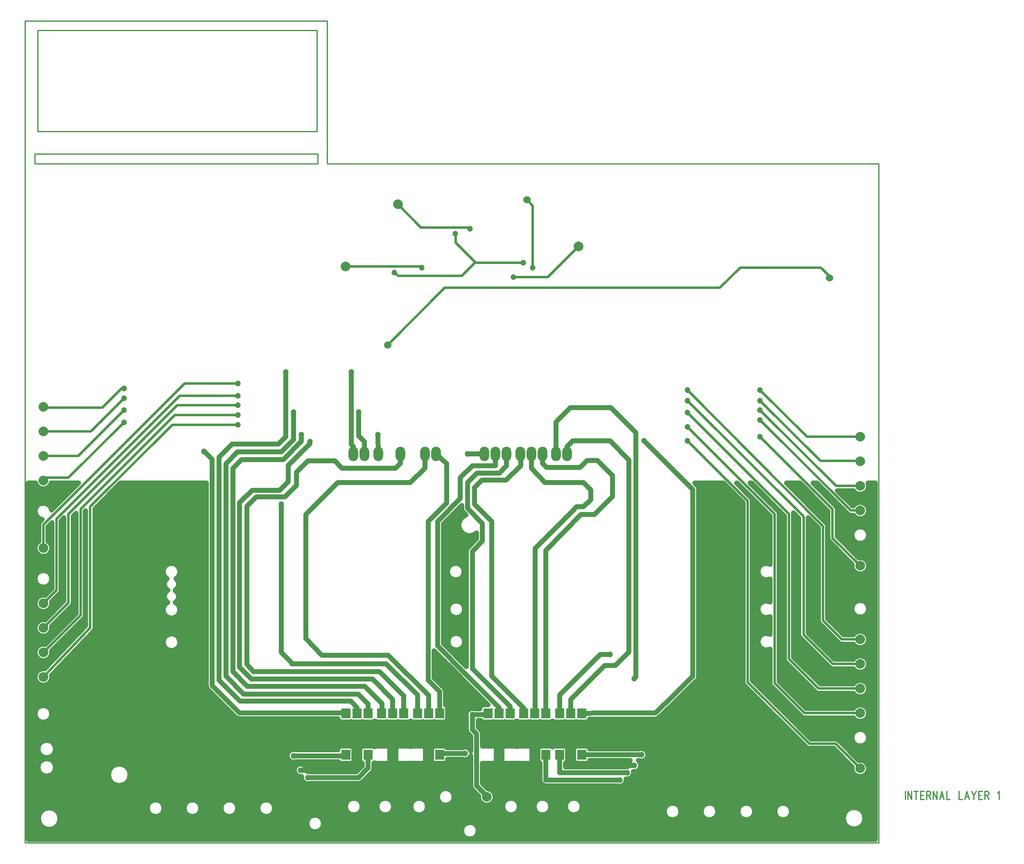
<source format=gbr>
*
*
G04 PADS9.1 Build Number: 392894 generated Gerber (RS-274-X) file*
G04 PC Version=2.1*
*
%IN "2FOC_AdC.pcb"*%
*
%MOMM*%
*
%FSLAX35Y35*%
*
*
*
*
G04 PC Standard Apertures*
*
*
G04 Thermal Relief Aperture macro.*
%AMTER*
1,1,$1,0,0*
1,0,$1-$2,0,0*
21,0,$3,$4,0,0,45*
21,0,$3,$4,0,0,135*
%
*
*
G04 Annular Aperture macro.*
%AMANN*
1,1,$1,0,0*
1,0,$2,0,0*
%
*
*
G04 Odd Aperture macro.*
%AMODD*
1,1,$1,0,0*
1,0,$1-0.005,0,0*
%
*
*
G04 PC Custom Aperture Macros*
*
*
*
*
*
*
G04 PC Aperture Table*
*
%ADD039R,1.905X2.1336*%
%ADD063C,0.5*%
%ADD079C,0.0254*%
%ADD134C,0.254*%
%ADD138C,1*%
%ADD144C,2*%
%ADD165O,2X3*%
%ADD169C,3*%
%ADD171C,1.524*%
%ADD173C,1.2*%
%ADD194O,3X3*%
*
*
*
*
G04 PC Circuitry*
G04 Layer Name 2FOC_AdC.pcb - circuitry*
%LPD*%
*
*
G04 PC Custom Flashes*
G04 Layer Name 2FOC_AdC.pcb - flashes*
%LPD*%
*
*
G04 PC Circuitry*
G04 Layer Name 2FOC_AdC.pcb - circuitry*
%LPD*%
*
G54D39*
G01X7135400Y2320000D03*
X7364000D03*
X7592600D03*
X10532600Y3180000D03*
X10304000D03*
X10075400D03*
X11272600D03*
X11044000D03*
X10815400D03*
X12012600D03*
X11784000D03*
X11555400D03*
X8104000Y2320000D03*
X8844000D03*
X9072600D03*
X7592600Y3180000D03*
X7364000D03*
X7135400D03*
X8332600D03*
X8104000D03*
X7875400D03*
X9072600D03*
X8844000D03*
X8615400D03*
X10304000Y2320000D03*
X11044000D03*
X11272600D03*
X11555400D03*
X11784000D03*
X12012600D03*
G54D63*
X881000Y3929000D02*
X1850000Y4948000D01*
Y7450000*
X3550000Y9150000*
X4900000*
X881000Y4437000D02*
X1650000Y5206000D01*
Y7400000*
X3600000Y9350000*
X4900000*
X881000Y4945000D02*
X1400000Y5464000D01*
Y7300000*
X3650000Y9550000*
X4900000*
X881000Y5453000D02*
X1150000Y5722000D01*
Y7200000*
X3700000Y9750000*
X4900000*
X881000Y6596000D02*
Y7081000D01*
X3800000Y10000000*
X4900000*
X881000Y7993000D02*
X938000Y8050000D01*
X1398500*
X2550000Y9200000*
X881000Y8501000D02*
X1601000D01*
X2550000Y9450000*
X881000Y9009000D02*
X1859000D01*
X2550000Y9700000*
X14200000Y8818000D02*
X15444000Y7574000D01*
Y3824000*
X16718000Y2550000*
X17261000*
X17772000Y2039000*
X15700000Y8900000D02*
X17200000Y7400000D01*
Y6802000*
X17772000Y6230000*
X881000Y9517000D02*
Y9500000D01*
X2100000*
X2500000Y9900000*
X2550000*
X14200000Y9868000D02*
X17000000Y7050000D01*
Y5100000*
X17394000Y4706000*
X17772000*
X14200000Y9650000D02*
X16600000Y7250000D01*
Y4800000*
X17202000Y4198000*
X17772000*
X14200000Y9400000D02*
X16300000Y7300000D01*
Y4300000*
X16910000Y3690000*
X17772000*
X14200000Y9100000D02*
X16000000Y7300000D01*
Y3800000*
X16618000Y3182000*
X17772000*
X15700000Y9868000D02*
X16671000Y8897000D01*
X17772000*
X15700000Y9650000D02*
X16950000Y8400000D01*
X17772000*
Y8389000*
X15700000Y9450000D02*
X17269000Y7881000D01*
X17772000*
X15700000Y9250000D02*
X17577000Y7373000D01*
X17772000*
X8000000Y10800000D02*
X9180000Y11980000D01*
X14870000*
X15290000Y12400000*
X16960000*
X17137000Y12223000*
Y12184000*
X7130000Y12420000D02*
X8680000D01*
X8700000Y12400000*
X8140000Y12300000D02*
X8220000Y12230000D01*
X9530000*
X9810000Y12510000*
X9820000Y12500000*
X10800000*
X9400000Y13100000D02*
X9410000Y13090000D01*
Y12910000*
X9810000Y12510000*
X10600000Y12200000D02*
X11310000D01*
X11950000Y12840000*
X8208500Y13708000D02*
X8686500Y13230000D01*
X9670000*
X9700000Y13200000*
X10880000Y13800000D02*
X11000000Y13680000D01*
Y12400000*
G54D79*
G54D134*
X18700000Y1566688D02*
Y1400000D01*
X18751955Y1566688D02*
Y1400000D01*
Y1566688D02*
X18832773Y1400000D01*
Y1566688D02*
Y1400000D01*
X18925136Y1566688D02*
Y1400000D01*
X18884727Y1566688D02*
X18965545D01*
X19017500D02*
Y1400000D01*
Y1566688D02*
X19092545D01*
X19017500Y1487313D02*
X19063682D01*
X19017500Y1400000D02*
X19092545D01*
X19144500Y1566688D02*
Y1400000D01*
Y1566688D02*
X19196455D01*
X19196455D02*
X19213773Y1558750D01*
X19219545Y1550813*
X19219545D02*
X19225318Y1534938D01*
X19225318D02*
Y1519063D01*
X19225318D02*
X19219545Y1503188D01*
X19219545D02*
X19213773Y1495250D01*
X19196455Y1487313*
X19196455D02*
X19144500D01*
X19184909D02*
X19225318Y1400000D01*
X19277273Y1566688D02*
Y1400000D01*
Y1566688D02*
X19358091Y1400000D01*
Y1566688D02*
Y1400000D01*
X19456227Y1566688D02*
X19410045Y1400000D01*
X19456227Y1566688D02*
X19502409Y1400000D01*
X19427364Y1455563D02*
X19485091D01*
X19554364Y1566688D02*
Y1400000D01*
X19623636*
X19808364Y1566688D02*
Y1400000D01*
X19877636*
X19975773Y1566688D02*
X19929591Y1400000D01*
X19975773Y1566688D02*
X20021955Y1400000D01*
X19946909Y1455563D02*
X20004636D01*
X20073909Y1566688D02*
X20120091Y1487313D01*
X20120091D02*
Y1400000D01*
X20166273Y1566688D02*
X20120091Y1487313D01*
X20218227Y1566688D02*
Y1400000D01*
Y1566688D02*
X20293273D01*
X20218227Y1487313D02*
X20264409D01*
X20218227Y1400000D02*
X20293273D01*
X20345227Y1566688D02*
Y1400000D01*
Y1566688D02*
X20397182D01*
X20397182D02*
X20414500Y1558750D01*
X20420273Y1550813*
X20420273D02*
X20426045Y1534938D01*
X20426045D02*
Y1519063D01*
X20426045D02*
X20420273Y1503188D01*
X20420273D02*
X20414500Y1495250D01*
X20397182Y1487313*
X20397182D02*
X20345227D01*
X20385636D02*
X20426045Y1400000D01*
X20610773Y1534938D02*
X20622318Y1542875D01*
X20639636Y1566688*
X20639636D02*
Y1400000D01*
X500000Y500000D02*
X18153000D01*
Y14550000*
X6750000*
Y17500000*
X500000*
Y500000*
X760000Y17312300D02*
X6539000D01*
Y15216800*
X760000*
Y17312300*
X6550000Y14550000D02*
X700000D01*
Y14750000*
X6550000*
Y14550000*
G54D138*
X6350000Y1850000D02*
X7400000D01*
X7590000Y2040000*
X7592600*
Y2320000*
X6050000Y2300000D02*
X7115400D01*
X7135400Y2320000*
X6200000Y2000000D02*
X7220000D01*
X7350000Y2130000*
Y2320000*
X7364000*
X9072600D02*
X9102600Y2350000D01*
X9600000*
X11784000Y2320000D02*
Y2100000D01*
X13100000*
X11555400Y2320000D02*
Y1950000D01*
X12950000*
X11272600Y2320000D02*
Y1800000D01*
X12800000*
X12012600Y2320000D02*
X13250000D01*
X4655071Y3950000D02*
Y8344912D01*
X4655071D02*
X4897745Y8587587D01*
X5801335*
X6056622Y8842873*
Y9411094*
X4655071Y3950000D02*
X5024401Y3577561D01*
X7387480*
X7592600Y3372441*
Y3180000*
X4513003Y3860000D02*
Y8475241D01*
X4785717Y8747954*
X5738740*
X5891137Y8900352*
Y9552698*
X4513003Y3860000D02*
X4943003Y3430000D01*
X7235023*
X7238433Y3426590*
X7243410*
X7370000Y3300000*
Y3180000*
X7364000D02*
X7370000D01*
X8104000Y3189694D02*
Y3180000D01*
X7875400D02*
X7880000Y3204600D01*
Y3384236*
X9750000Y3150000D02*
X10045400D01*
X10075400Y3180000*
X9750000Y3150000D02*
Y2840000D01*
X9840000Y2750000*
Y1680000*
X10050000Y1470000*
Y1450000*
X11555400Y3180000D02*
Y3555400D01*
X12393176Y4393176*
X12393176D02*
X12593176D01*
X12593176D02*
X12600000Y4400000D01*
X11784000Y3180000D02*
Y3465322D01*
X12484247Y4165570*
X12704869*
X12990000Y4450701*
X11044000Y3180000D02*
X11050000D01*
Y6590000*
X11830000Y7370000*
X11900000Y7450000*
X12050000*
X12200000Y7600000*
X11272600Y3180000D02*
Y6550000D01*
X12000000Y7290000*
X12275516*
X12275516D02*
X12648072Y7662557D01*
Y8097101*
X12012600Y3180000D02*
X12409917Y3182601D01*
X12409917D02*
X13532601D01*
X13540000Y3190000*
X13546531Y3196383*
X13546688*
X13553420Y3203115*
X13909205Y3550814*
X14298391Y3940000*
X14310000*
Y7810000*
X13100000Y3900000D02*
X13132295Y3932295D01*
Y8985568*
X5090000Y4189186D02*
Y7458553D01*
X5284780Y7653333*
X5873135*
X6116454Y7896653*
X6116454D02*
Y8160590D01*
X6116454D02*
X6353791Y8397927D01*
X6906246*
X7054173Y8250000*
X8159600*
X8259600Y8350000*
Y8545000*
X5090000Y4189186D02*
X5226127Y4041531D01*
X7831278*
X7831278D02*
X8332600Y3540209D01*
Y3180000*
X4940000Y4131696D02*
Y7535488D01*
X5199893Y7795382*
X5768232*
X5768232D02*
X5946446Y7973597D01*
X5946446D02*
Y8304189D01*
X6395674Y8753416*
Y8796812*
X4940000Y4131696D02*
X5185782Y3885914D01*
X7687187*
X8104000Y3463338*
Y3189694*
X6310526Y4730000D02*
Y7291249D01*
X6969278Y7950000*
X8469664*
X8769664Y8250000*
Y8545000*
X8771000*
X6310526Y4730000D02*
X6640511Y4380000D01*
X8010000*
X8844000Y3546000*
Y3180000*
X9750000Y4100000D02*
Y6530000D01*
X9960000Y6740000*
X9750000Y4100000D02*
X10532600Y3317400D01*
Y3180000*
X5800000Y7500000D02*
Y4440000D01*
X6020000Y4220000*
Y4200023*
X7970000Y4200000*
X8615400Y3554600*
Y3180000*
X8840000Y7150000D02*
Y3860000D01*
X9072600Y3627400*
Y3180000*
X8840000Y7150000D02*
X9220000Y7530000D01*
Y8344600*
X9650000Y7420000D02*
Y7950000D01*
X9850000Y8150000*
X10309600*
X10459600Y8300000*
Y8545000*
X9650000Y7420000D02*
X9960000Y7110000D01*
Y6740000*
X9030000Y7150000D02*
Y4572878D01*
X9030000D02*
X9604882Y3997996D01*
Y3995118*
X10304000Y3296000*
Y3180000*
X9030000Y7150000D02*
X9500000Y7620000D01*
Y8050000*
X9750000Y8300000*
X10231000*
Y8545000*
X9800000Y7850000D02*
Y7500000D01*
X10150000Y7150000*
Y3950000*
X10815400Y3284600*
Y3180000*
X9800000Y7850000D02*
X9950000Y8000000D01*
X10450000*
X10750000Y8300000*
Y8545000*
X4800000Y8246281D02*
Y4037637D01*
X5099067Y3738309*
X5099067D02*
X7525806D01*
X7525806D02*
X7880000Y3384236D01*
X4800000Y8246281D02*
X4982289Y8428570D01*
X5843218*
X6218170Y8803522*
Y8940410*
X4200000Y8600000D02*
X4209464D01*
X4370936Y8438528*
Y3751960*
X4932897Y3190000*
X7125400*
X7135400Y3180000*
X7802000Y8940410D02*
X7802400Y8545000D01*
X9650000D02*
X10002400D01*
X8999600D02*
X9220000Y8344600D01*
X10742400Y8545000D02*
X10750000D01*
X11482400D02*
Y9209396D01*
X11775692Y9502688*
X12615175*
X13132295Y8985568*
X11711000Y8545000D02*
Y8700000D01*
X11826137Y8815137*
X12594632*
X12990000Y8419768*
Y4450701*
X11199600Y8545000D02*
X11200000D01*
Y8350000*
X11282524Y8267476*
X11984307*
X12122660Y8405829*
X12339344*
X12648072Y8097101*
X10971000Y8545000D02*
Y8250000D01*
X11250000Y7950000*
X12050000*
X12200000Y7800000*
Y7600000*
X13300000Y8820000D02*
X14310000Y7810000D01*
X7400000Y9411094D02*
Y8919600D01*
X7519600Y8800000*
Y8545000*
X5890000Y10240000D02*
X5891137Y10238863D01*
Y9552698*
X7250000Y10240000D02*
Y8741000D01*
X7291000Y8700000*
Y8545000*
X17865001Y1008000D02*
G75*
G03X17865001I-220001J0D01*
G01X16348001Y1148000D02*
G03X16348001I-170001J0D01*
G01X15586001D02*
G03X15586001I-170001J0D01*
G01X14824001D02*
G03X14824001I-170001J0D01*
G01X14062001D02*
G03X14062001I-170001J0D01*
G01X12020001Y1250000D02*
G03X12020001I-170001J0D01*
G01X11370001D02*
G03X11370001I-170001J0D01*
G01X10720001D02*
G03X10720001I-170001J0D01*
G01X8820001D02*
G03X8820001I-170001J0D01*
G01X8120001D02*
G03X8120001I-170001J0D01*
G01X7470001D02*
G03X7470001I-170001J0D01*
G01X6670001Y900000D02*
G03X6670001I-170001J0D01*
G01X5658001Y1216000D02*
G03X5658001I-170001J0D01*
G01X4896001D02*
G03X4896001I-170001J0D01*
G01X4134001D02*
G03X4134001I-170001J0D01*
G01X3372001D02*
G03X3372001I-170001J0D01*
G01X3700001Y4650000D02*
G03X3700001I-170001J0D01*
G01X2670001Y1907000D02*
G03X2670001I-220001J0D01*
G01X1220001Y1000000D02*
G03X1220001I-220001J0D01*
G01X1127951Y2059500D02*
G03X1127951I-177951J0D01*
G01Y2440500D02*
G03X1127951I-177951J0D01*
G01X1051001Y3167000D02*
G03X1051001I-170001J0D01*
G01Y5961000D02*
G03X1051001I-170001J0D01*
G01X9370001Y1450000D02*
G03X9370001I-170001J0D01*
G01X9870001Y750000D02*
G03X9870001I-170001J0D01*
G01X17942001Y2674000D02*
G03X17942001I-170001J0D01*
G01Y5341000D02*
G03X17942001I-170001J0D01*
G01Y6865000D02*
G03X17942001I-170001J0D01*
G01X9588001Y4660000D02*
G03X9588001I-170001J0D01*
G01Y5330000D02*
G03X9588001I-170001J0D01*
G01X9578001Y6110000D02*
G03X9578001I-170001J0D01*
G01X18082999Y570001D02*
Y7940000D01*
X18082999D02*
X17931434D01*
X17631021Y7786000D02*
G03X17931434Y7940000I140979J95000D01*
G01X17631021Y7785999D02*
X17298352D01*
X17298352D02*
X17616351Y7468001D01*
X17616351D02*
X17631021D01*
Y7278000D02*
G03Y7468000I140979J95000D01*
G01Y7277999D02*
X17577000D01*
X17509825Y7305825D02*
G03X17577000Y7277999I67175J67175D01*
G01X17509824Y7305824D02*
X16875649Y7940000D01*
X16794351*
X17267176Y7467176*
X17295001Y7400000D02*
G03X17267175Y7467175I-95001J0D01*
G01X17295001Y7400000D02*
Y6841351D01*
X17295001D02*
X17739488Y6396863D01*
X17605137Y6262512D02*
G03X17739488Y6396863I166863J-32512D01*
G01X17605137Y6262512D02*
X17132824Y6734824D01*
X17104999Y6802000D02*
G03X17132825Y6734825I95001J0D01*
G01X17104999Y6802000D02*
Y7360649D01*
X17104999D02*
X16525649Y7940000D01*
X16249608*
X16249608D02*
X17067390Y7116960D01*
X17095000Y7050000D02*
G03X17067390Y7116960I-95000J0D01*
G01X17095001Y7050000D02*
Y5139351D01*
X17095001D02*
X17433351Y4801001D01*
X17433351D02*
X17631021D01*
Y4611000D02*
G03Y4801000I140979J95000D01*
G01Y4610999D02*
X17394000D01*
X17326825Y4638825D02*
G03X17394000Y4610999I67175J67175D01*
G01X17326824Y4638824D02*
X16932824Y5032824D01*
X16904999Y5100000D02*
G03X16932825Y5032825I95001J0D01*
G01X16904999Y5100000D02*
Y7010828D01*
X16904999D02*
X16695001Y7222177D01*
X16695001D02*
Y4839351D01*
X16695001D02*
X17241351Y4293001D01*
X17241351D02*
X17631021D01*
Y4103000D02*
G03Y4293000I140979J95000D01*
G01Y4102999D02*
X17202000D01*
X17134825Y4130825D02*
G03X17202000Y4102999I67175J67175D01*
G01X17134824Y4130824D02*
X16532824Y4732824D01*
X16504999Y4800000D02*
G03X16532825Y4732825I95001J0D01*
G01X16504999Y4800000D02*
Y7210649D01*
X16504999D02*
X16392013Y7323636D01*
X16395001Y7300000D02*
G03X16392013Y7323635I-95001J0D01*
G01X16395001Y7300000D02*
Y4339351D01*
X16395001D02*
X16949351Y3785001D01*
X16949351D02*
X17631021D01*
Y3595000D02*
G03Y3785000I140979J95000D01*
G01Y3594999D02*
X16910000D01*
X16842825Y3622825D02*
G03X16910000Y3594999I67175J67175D01*
G01X16842824Y3622824D02*
X16232824Y4232824D01*
X16204999Y4300000D02*
G03X16232825Y4232825I95001J0D01*
G01X16204999Y4300000D02*
Y7260649D01*
X16204999D02*
X15525649Y7940000D01*
X15494351*
X16067176Y7367176*
X16095001Y7300000D02*
G03X16067175Y7367175I-95001J0D01*
G01X16095001Y7300000D02*
Y3839351D01*
X16095001D02*
X16657351Y3277001D01*
X16657351D02*
X17631021D01*
Y3087000D02*
G03Y3277000I140979J95000D01*
G01Y3086999D02*
X16618000D01*
X16550825Y3114825D02*
G03X16618000Y3086999I67175J67175D01*
G01X16550824Y3114824D02*
X15932824Y3732824D01*
X15904999Y3800000D02*
G03X15932825Y3732825I95001J0D01*
G01X15904999Y3800000D02*
Y4508437D01*
Y4811563D02*
G03Y4508437I-76999J-151563D01*
G01Y4811563D02*
Y5178437D01*
Y5481563D02*
G03Y5178437I-76999J-151563D01*
G01Y5481563D02*
Y5958437D01*
Y6261563D02*
G03Y5958437I-76999J-151563D01*
G01Y6261563D02*
Y7260649D01*
X15904999D02*
X15225649Y7940000D01*
X15212351*
X15511176Y7641176*
X15539001Y7574000D02*
G03X15511175Y7641175I-95001J0D01*
G01X15539001Y7574000D02*
Y3863351D01*
X15539001D02*
X16757351Y2645001D01*
X16757351D02*
X17261000D01*
X17328175Y2617175D02*
G03X17261000Y2645001I-67175J-67175D01*
G01X17328176Y2617176D02*
X17739488Y2205863D01*
X17605137Y2071512D02*
G03X17739488Y2205863I166863J-32512D01*
G01X17605137Y2071512D02*
X17221649Y2454999D01*
X17221649D02*
X16718000D01*
X16650825Y2482825D02*
G03X16718000Y2454999I67175J67175D01*
G01X16650824Y2482824D02*
X15376824Y3756824D01*
X15348999Y3824000D02*
G03X15376825Y3756825I95001J0D01*
G01X15348999Y3824000D02*
Y7534649D01*
X15348999D02*
X14943649Y7940000D01*
X14349706*
X14394853Y7894853*
X14430001Y7810000D02*
G03X14394853Y7894853I-120001J0D01*
G01X14430001Y7810000D02*
Y3940000D01*
X14358204Y3830107D02*
G03X14430001Y3940000I-48204J109893D01*
G01X14358204Y3830107D02*
X13994058Y3465961D01*
X13993077Y3464991D02*
G03X13994058Y3465961I-83872J85823D01*
G01X13993077Y3464991D02*
X13637786Y3117774D01*
X13637786D02*
X13631541Y3111530D01*
X13626818Y3107056D02*
G03X13631541Y3111530I-80130J89327D01*
G01X13626818Y3107056D02*
X13624368Y3104661D01*
X13617454Y3097748*
X13532601Y3062601D02*
G03X13617454Y3097748I0J120000D01*
G01X13532601Y3062601D02*
X12410306D01*
X12176771Y3061072*
X12107850Y3003319D02*
G03X12176771Y3061072I0J70001D01*
G01X12107850Y3003319D02*
X11917350D01*
X11898300Y3005961D02*
G03X11917350Y3003319I19050J67359D01*
G01X11879250Y3003320D02*
G03X11898300Y3005962I0J70000D01*
G01X11879250Y3003319D02*
X11688750D01*
X11669700Y3005961D02*
G03X11688750Y3003319I19050J67359D01*
G01X11650650Y3003320D02*
G03X11669700Y3005962I0J70000D01*
G01X11650650Y3003319D02*
X11460150D01*
X11414000Y3020687D02*
G03X11460150Y3003319I46150J52633D01*
G01X11367850D02*
G03X11414000Y3020687I0J70001D01*
G01X11367850Y3003319D02*
X11177350D01*
X11158300Y3005961D02*
G03X11177350Y3003319I19050J67359D01*
G01X11139250Y3003320D02*
G03X11158300Y3005962I0J70000D01*
G01X11139250Y3003319D02*
X10948750D01*
X10929700Y3005961D02*
G03X10948750Y3003319I19050J67359D01*
G01X10910650Y3003320D02*
G03X10929700Y3005962I0J70000D01*
G01X10910650Y3003319D02*
X10720150D01*
X10674000Y3020687D02*
G03X10720150Y3003319I46150J52633D01*
G01X10627850D02*
G03X10674000Y3020687I0J70001D01*
G01X10627850Y3003319D02*
X10437350D01*
X10418300Y3005961D02*
G03X10437350Y3003319I19050J67359D01*
G01X10399250Y3003320D02*
G03X10418300Y3005962I0J70000D01*
G01X10399250Y3003319D02*
X10208750D01*
X10189700Y3005961D02*
G03X10208750Y3003319I19050J67359D01*
G01X10170650Y3003320D02*
G03X10189700Y3005962I0J70000D01*
G01X10170650Y3003319D02*
X9980150D01*
X9925165Y3030000D02*
G03X9980150Y3003319I54985J43320D01*
G01X9925164Y3029999D02*
X9870001D01*
X9870001D02*
Y2889706D01*
X9870001D02*
X9924853Y2834853D01*
X9960001Y2750000D02*
G03X9924853Y2834853I-120001J0D01*
G01X9960001Y2750000D02*
Y2496680D01*
X9960001D02*
X9960150Y2496681D01*
X9960150D02*
X10190650D01*
X10240651Y2446680D02*
G03X10190650Y2496681I-50001J0D01*
G01X10240651Y2446680D02*
Y2193320D01*
X10190650Y2143319D02*
G03X10240651Y2193320I0J50001D01*
G01X10190650Y2143319D02*
X9960150D01*
X9960150D02*
X9960001Y2143320D01*
X9960001D02*
Y1729706D01*
X9960001D02*
X10071009Y1618697D01*
X9881088Y1469206D02*
G03X10071009Y1618697I168912J-19206D01*
G01X9881088Y1469206D02*
X9755147Y1595147D01*
X9719999Y1680000D02*
G03X9755147Y1595147I120001J0D01*
G01X9719999Y1680000D02*
Y2299997D01*
X9550000Y2230000D02*
G03X9719999Y2299997I50000J120000D01*
G01X9550000Y2229999D02*
X9237851D01*
X9237851D02*
Y2213320D01*
X9167850Y2143319D02*
G03X9237851Y2213320I0J70001D01*
G01X9167850Y2143319D02*
X8977350D01*
X8907349Y2213320D02*
G03X8977350Y2143319I70001J0D01*
G01X8907349Y2213320D02*
Y2426680D01*
X8977350Y2496681D02*
G03X8907349Y2426680I0J-70001D01*
G01X8977350Y2496681D02*
X9167850D01*
X9222835Y2470000D02*
G03X9167850Y2496681I-54985J-43320D01*
G01X9222836Y2470001D02*
X9550000D01*
X9719999Y2400003D02*
G03X9550000Y2470000I-119999J-50003D01*
G01X9719999Y2400003D02*
Y2700294D01*
X9719999D02*
X9665147Y2755147D01*
X9629999Y2840000D02*
G03X9665147Y2755147I120001J0D01*
G01X9629999Y2840000D02*
Y3100000D01*
X9800000Y3270000D02*
G03X9630000Y3100000I-50000J-120000D01*
G01X9800000Y3270001D02*
X9910149D01*
X9910149D02*
Y3286680D01*
X9980150Y3356681D02*
G03X9910149Y3286680I0J-70001D01*
G01X9980150Y3356681D02*
X10073613D01*
X10073613D02*
X9520029Y3910265D01*
X9505908Y3927263D02*
G03X9520029Y3910265I98974J67855D01*
G01X9505908Y3927263D02*
X8960001Y4473171D01*
X8960001D02*
Y3909706D01*
X8960001D02*
X9157453Y3712253D01*
X9192601Y3627400D02*
G03X9157453Y3712253I-120001J0D01*
G01X9192601Y3627400D02*
Y3352159D01*
X9237850Y3286680D02*
G03X9192600Y3352159I-70000J0D01*
G01X9237851Y3286680D02*
Y3073320D01*
X9167850Y3003319D02*
G03X9237851Y3073320I0J70001D01*
G01X9167850Y3003319D02*
X8977350D01*
X8958300Y3005961D02*
G03X8977350Y3003319I19050J67359D01*
G01X8939250Y3003320D02*
G03X8958300Y3005962I0J70000D01*
G01X8939250Y3003319D02*
X8748750D01*
X8729700Y3005961D02*
G03X8748750Y3003319I19050J67359D01*
G01X8710650Y3003320D02*
G03X8729700Y3005962I0J70000D01*
G01X8710650Y3003319D02*
X8520150D01*
X8474000Y3020687D02*
G03X8520150Y3003319I46150J52633D01*
G01X8427850D02*
G03X8474000Y3020687I0J70001D01*
G01X8427850Y3003319D02*
X8237350D01*
X8218300Y3005961D02*
G03X8237350Y3003319I19050J67359D01*
G01X8199250Y3003320D02*
G03X8218300Y3005962I0J70000D01*
G01X8199250Y3003319D02*
X8008750D01*
X7989700Y3005961D02*
G03X8008750Y3003319I19050J67359D01*
G01X7970650Y3003320D02*
G03X7989700Y3005962I0J70000D01*
G01X7970650Y3003319D02*
X7780150D01*
X7734000Y3020687D02*
G03X7780150Y3003319I46150J52633D01*
G01X7687850D02*
G03X7734000Y3020687I0J70001D01*
G01X7687850Y3003319D02*
X7497350D01*
X7478300Y3005961D02*
G03X7497350Y3003319I19050J67359D01*
G01X7459250Y3003320D02*
G03X7478300Y3005962I0J70000D01*
G01X7459250Y3003319D02*
X7268750D01*
X7249700Y3005961D02*
G03X7268750Y3003319I19050J67359D01*
G01X7230650Y3003320D02*
G03X7249700Y3005962I0J70000D01*
G01X7230650Y3003319D02*
X7040150D01*
X6970228Y3069999D02*
G03X7040150Y3003319I69922J3321D01*
G01X6970228Y3069999D02*
X4932897D01*
X4848043Y3105147D02*
G03X4932897Y3069999I84854J84853D01*
G01X4848043Y3105147D02*
X4286083Y3667107D01*
X4250936Y3751960D02*
G03X4286083Y3667107I120000J0D01*
G01X4250936Y3751960D02*
Y7940000D01*
X2474351*
X1945001Y7410649*
X1945001D02*
Y4948000D01*
X1918843Y4882535D02*
G03X1945001Y4948000I-68843J65465D01*
G01X1918843Y4882535D02*
X1046993Y3965697D01*
X909306Y4096627D02*
G03X1046992Y3965697I-28306J-167627D01*
G01X909306Y4096627D02*
X1754999Y4985958D01*
X1754999D02*
Y7370648D01*
X1754999D02*
X1745001Y7360649D01*
X1745001D02*
Y5206000D01*
X1717175Y5138825D02*
G03X1745001Y5206000I-67175J67175D01*
G01X1717176Y5138824D02*
X1047863Y4469512D01*
X913512Y4603863D02*
G03X1047863Y4469512I-32512J-166863D01*
G01X913512Y4603863D02*
X1554999Y5245351D01*
X1554999D02*
Y7320648D01*
X1554999D02*
X1495001Y7260649D01*
X1495001D02*
Y5464000D01*
X1467175Y5396825D02*
G03X1495001Y5464000I-67175J67175D01*
G01X1467176Y5396824D02*
X1047863Y4977512D01*
X913512Y5111863D02*
G03X1047863Y4977512I-32512J-166863D01*
G01X913512Y5111863D02*
X1304999Y5503351D01*
X1304999D02*
Y7220648D01*
X1304999D02*
X1245001Y7160649D01*
X1245001D02*
Y5722000D01*
X1217175Y5654825D02*
G03X1245001Y5722000I-67175J67175D01*
G01X1217176Y5654824D02*
X1047863Y5485512D01*
X913512Y5619863D02*
G03X1047863Y5485512I-32512J-166863D01*
G01X913512Y5619863D02*
X1054999Y5761351D01*
X1054999D02*
Y7120648D01*
X1054999D02*
X976001Y7041649D01*
X976001D02*
Y6736979D01*
X786000D02*
G03X976000I95000J-140979D01*
G01X785999D02*
Y7081000D01*
X813825Y7148175D02*
G03X785999Y7081000I67175J-67175D01*
G01X813824Y7148176D02*
X855562Y7189913D01*
X1049087Y7383438D02*
G03X855562Y7189913I-168087J-25438D01*
G01X1049087Y7383438D02*
X1605649Y7940000D01*
X1042528*
X719472D02*
G03X1042528I161528J53000D01*
G01X719472D02*
X570001D01*
X570001D02*
Y570001D01*
X570001D02*
X18082999D01*
X9839999Y6789706D02*
Y6910079D01*
X9619878Y7280416D02*
G03X9839999Y6910079I71622J-208016D01*
G01X9619878Y7280416D02*
X9565147Y7335147D01*
X9529999Y7420000D02*
G03X9565147Y7335147I120001J0D01*
G01X9529999Y7420000D02*
Y7480293D01*
X9529999D02*
X9150001Y7100294D01*
X9150001D02*
Y4622583D01*
X9150001D02*
X9629999Y4142584D01*
X9629999D02*
Y6530000D01*
X9665147Y6614853D02*
G03X9629999Y6530000I84853J-84853D01*
G01X9665147Y6614853D02*
X9839999Y6789706D01*
X17865001Y1008000D02*
G03X17865001I-220001J0D01*
G01X16348001Y1148000D02*
G03X16348001I-170001J0D01*
G01X15586001D02*
G03X15586001I-170001J0D01*
G01X14824001D02*
G03X14824001I-170001J0D01*
G01X14062001D02*
G03X14062001I-170001J0D01*
G01X12020001Y1250000D02*
G03X12020001I-170001J0D01*
G01X11370001D02*
G03X11370001I-170001J0D01*
G01X13200000Y2200000D02*
G03Y2440000I50000J120000D01*
G01Y2199999D02*
X13183068D01*
X13078151Y1971849D02*
G03X13183068Y2199999I21849J128151D01*
G01X12928151Y1821849D02*
G03X13078151Y1971849I21849J128151D01*
G01X12750000Y1680000D02*
G03X12928151Y1821849I50000J120000D01*
G01X12750000Y1679999D02*
X11272600D01*
X11152599Y1800000D02*
G03X11272600Y1679999I120001J0D01*
G01X11152599Y1800000D02*
Y2147841D01*
X11107350Y2213320D02*
G03X11152600Y2147841I70000J0D01*
G01X11107349Y2213320D02*
Y2426680D01*
X11177350Y2496681D02*
G03X11107349Y2426680I0J-70001D01*
G01X11177350Y2496681D02*
X11367850D01*
X11414000Y2479313D02*
G03X11367850Y2496681I-46150J-52633D01*
G01X11460150D02*
G03X11414000Y2479313I0J-70001D01*
G01X11460150Y2496681D02*
X11650650D01*
X11720651Y2426680D02*
G03X11650650Y2496681I-70001J0D01*
G01X11720651Y2426680D02*
Y2213320D01*
X11675401Y2147841D02*
G03X11720651Y2213320I-24751J65479D01*
G01X11675401Y2147841D02*
Y2070001D01*
X11675401D02*
X12900000D01*
X12971849Y2078151D02*
G03X12900000Y2070000I-21849J-128151D01*
G01X13016932Y2199999D02*
G03X12971849Y2078151I83068J-99999D01*
G01X13016932Y2199999D02*
X12176571D01*
X12107850Y2143319D02*
G03X12176571Y2200000I0J70001D01*
G01X12107850Y2143319D02*
X11917350D01*
X11847349Y2213320D02*
G03X11917350Y2143319I70001J0D01*
G01X11847349Y2213320D02*
Y2426680D01*
X11917350Y2496681D02*
G03X11847349Y2426680I0J-70001D01*
G01X11917350Y2496681D02*
X12107850D01*
X12176571Y2440000D02*
G03X12107850Y2496681I-68721J-13320D01*
G01X12176571Y2440001D02*
X13200000D01*
X10720001Y1250000D02*
G03X10720001I-170001J0D01*
G01X10980651Y2446680D02*
Y2193320D01*
X10930650Y2143319D02*
G03X10980651Y2193320I0J50001D01*
G01X10930650Y2143319D02*
X10700150D01*
X10674000Y2150703D02*
G03X10700150Y2143319I26150J42617D01*
G01X10647850D02*
G03X10674000Y2150703I0J50001D01*
G01X10647850Y2143319D02*
X10417350D01*
X10367349Y2193320D02*
G03X10417350Y2143319I50001J0D01*
G01X10367349Y2193320D02*
Y2446680D01*
X10417350Y2496681D02*
G03X10367349Y2446680I0J-50001D01*
G01X10417350Y2496681D02*
X10647850D01*
X10674000Y2489297D02*
G03X10647850Y2496681I-26150J-42617D01*
G01X10700150D02*
G03X10674000Y2489297I0J-50001D01*
G01X10700150Y2496681D02*
X10930650D01*
X10980651Y2446680D02*
G03X10930650Y2496681I-50001J0D01*
G01X8820001Y1250000D02*
G03X8820001I-170001J0D01*
G01X8780651Y2446680D02*
Y2193320D01*
X8730650Y2143319D02*
G03X8780651Y2193320I0J50001D01*
G01X8730650Y2143319D02*
X8500150D01*
X8474000Y2150703D02*
G03X8500150Y2143319I26150J42617D01*
G01X8447850D02*
G03X8474000Y2150703I0J50001D01*
G01X8447850Y2143319D02*
X8217350D01*
X8167349Y2193320D02*
G03X8217350Y2143319I50001J0D01*
G01X8167349Y2193320D02*
Y2446680D01*
X8217350Y2496681D02*
G03X8167349Y2446680I0J-50001D01*
G01X8217350Y2496681D02*
X8447850D01*
X8474000Y2489297D02*
G03X8447850Y2496681I-26150J-42617D01*
G01X8500150D02*
G03X8474000Y2489297I0J-50001D01*
G01X8500150Y2496681D02*
X8730650D01*
X8780651Y2446680D02*
G03X8730650Y2496681I-50001J0D01*
G01X8120001Y1250000D02*
G03X8120001I-170001J0D01*
G01X7470001D02*
G03X7470001I-170001J0D01*
G01X6670001Y900000D02*
G03X6670001I-170001J0D01*
G01X8040651Y2446680D02*
Y2193320D01*
X7990650Y2143319D02*
G03X8040651Y2193320I0J50001D01*
G01X7990650Y2143319D02*
X7760150D01*
X7727384Y2155552D02*
G03X7760150Y2143319I32766J37768D01*
G01X7712601Y2147841D02*
G03X7727384Y2155552I-24751J65479D01*
G01X7712601Y2147841D02*
Y2040000D01*
X7661357Y1941651D02*
G03X7712601Y2040000I-68757J98349D01*
G01X7661357Y1941651D02*
X7484853Y1765147D01*
X7400000Y1729999D02*
G03X7484853Y1765147I0J120001D01*
G01X7400000Y1729999D02*
X6400000D01*
X6221849Y1871849D02*
G03X6400000Y1730000I128151J-21849D01*
G01X6328151Y1978151D02*
G03X6221849Y1871849I-128151J21849D01*
G01X6400000Y1970000D02*
G03X6328151Y1978151I-50000J-120000D01*
G01X6400000Y1970001D02*
X7350294D01*
X7350294D02*
X7472599Y2092306D01*
X7472599D02*
Y2147841D01*
X7427350Y2213320D02*
G03X7472600Y2147841I70000J0D01*
G01X7427349Y2213320D02*
Y2426680D01*
X7497350Y2496681D02*
G03X7427349Y2426680I0J-70001D01*
G01X7497350Y2496681D02*
X7687850D01*
X7727384Y2484448D02*
G03X7687850Y2496681I-39534J-57768D01*
G01X7760150D02*
G03X7727384Y2484448I0J-50001D01*
G01X7760150Y2496681D02*
X7990650D01*
X8040651Y2446680D02*
G03X7990650Y2496681I-50001J0D01*
G01X7300651Y2426680D02*
Y2213320D01*
X7230650Y2143319D02*
G03X7300651Y2213320I0J70001D01*
G01X7230650Y2143319D02*
X7040150D01*
X6978589Y2179999D02*
G03X7040150Y2143319I61561J33321D01*
G01X6978589Y2179999D02*
X6100000D01*
Y2420000D02*
G03Y2180000I-50000J-120000D01*
G01Y2420001D02*
X6970149D01*
X6970149D02*
Y2426680D01*
X7040150Y2496681D02*
G03X6970149Y2426680I0J-70001D01*
G01X7040150Y2496681D02*
X7230650D01*
X7300651Y2426680D02*
G03X7230650Y2496681I-70001J0D01*
G01X5658001Y1216000D02*
G03X5658001I-170001J0D01*
G01X4896001D02*
G03X4896001I-170001J0D01*
G01X4134001D02*
G03X4134001I-170001J0D01*
G01X3372001D02*
G03X3372001I-170001J0D01*
G01X3700001Y4650000D02*
G03X3700001I-170001J0D01*
G01X3619599Y5965528D02*
G03X3440401I-89599J144472D01*
G01X3602426Y5723000D02*
G03X3619599Y5965528I-72426J127000D01*
G01X3606860Y5471633D02*
G03X3602426Y5723000I-76860J124367D01*
G01X3453140Y5471633D02*
G03X3606860I76860J-151633D01*
G01X3457574Y5723000D02*
G03X3453140Y5471633I72426J-127000D01*
G01X3440401Y5965528D02*
G03X3457574Y5723000I89599J-115528D01*
G01X2670001Y1907000D02*
G03X2670001I-220001J0D01*
G01X1220001Y1000000D02*
G03X1220001I-220001J0D01*
G01X1127951Y2059500D02*
G03X1127951I-177951J0D01*
G01Y2440500D02*
G03X1127951I-177951J0D01*
G01X1051001Y3167000D02*
G03X1051001I-170001J0D01*
G01Y5961000D02*
G03X1051001I-170001J0D01*
G01X9370001Y1450000D02*
G03X9370001I-170001J0D01*
G01X9870001Y750000D02*
G03X9870001I-170001J0D01*
G01X17942001Y2674000D02*
G03X17942001I-170001J0D01*
G01Y5341000D02*
G03X17942001I-170001J0D01*
G01Y6865000D02*
G03X17942001I-170001J0D01*
G01X9588001Y4660000D02*
G03X9588001I-170001J0D01*
G01Y5330000D02*
G03X9588001I-170001J0D01*
G01X9578001Y6110000D02*
G03X9578001I-170001J0D01*
G01X9150001Y6140717D02*
X9839999Y6830716D01*
X9150001Y6267996D02*
X9739763Y6857759D01*
X9416358Y6279795D02*
X9629999Y6493437D01*
X9509910Y6246068D02*
X9629999Y6366158D01*
X9565386Y6174265D02*
X9629999Y6238878D01*
X9566221Y6047821D02*
X9629999Y6111599D01*
X9150001Y5504321D02*
X9629999Y5984320D01*
X9150001Y5377042D02*
X9629999Y5857041D01*
X9399195Y5498957D02*
X9629999Y5729762D01*
X9504101Y5476584D02*
X9629999Y5602482D01*
X9566874Y5412078D02*
X9629999Y5475203D01*
X9585987Y5303911D02*
X9629999Y5347924D01*
X9150001Y4740646D02*
X9629999Y5220645D01*
X9354214Y4817580D02*
X9629999Y5093366D01*
X9481578Y4817664D02*
X9629999Y4966086D01*
X9553654Y4762461D02*
X9629999Y4838807D01*
X9587747Y4669276D02*
X9629999Y4711528D01*
X9409167Y4363417D02*
X9629999Y4584249D01*
X9472807Y4299777D02*
X9629999Y4456970D01*
X9536446Y4236137D02*
X9629999Y4329690D01*
X9600086Y4172498D02*
X9629999Y4202411D01*
X9150001Y6395276D02*
X9619307Y6864582D01*
X9150001Y6904392D02*
X9572951Y7327343D01*
X9150001Y6522555D02*
X9540165Y6912719D01*
X9150001Y7031672D02*
X9530270Y7411941D01*
X9150001Y6649834D02*
X9488284Y6988117D01*
X9150001Y6777113D02*
X9473289Y7100401D01*
X9150001Y5631600D02*
X9470179Y5951779D01*
X9150001Y4867925D02*
X9444089Y5162013D01*
X9345528Y4427056D02*
X9408724Y4490253D01*
X9150001Y5758880D02*
X9343735Y5952614D01*
X9150001Y4995204D02*
X9335922Y5181126D01*
X9281888Y4490696D02*
X9315539Y4524347D01*
X9150001Y5886159D02*
X9271932Y6008090D01*
X9150001Y5122484D02*
X9271416Y5243899D01*
X9154609Y4617975D02*
X9260420Y4723786D01*
X9218248Y4554335D02*
X9260336Y4596423D01*
X9150001Y5249763D02*
X9249043Y5348805D01*
X9150001Y6013438D02*
X9238205Y6101642D01*
X17804134Y7539936D02*
X18082999Y7818801D01*
X17888388Y7496911D02*
X18082999Y7691522D01*
X17936112Y7417355D02*
X18082999Y7564243D01*
X17391193Y6745158D02*
X18082999Y7436964D01*
X17805068Y7031753D02*
X18082999Y7309684D01*
X17888963Y6988369D02*
X18082999Y7182405D01*
X17936348Y6908474D02*
X18082999Y7055126D01*
X17645752Y6490599D02*
X18082999Y6927847D01*
X17709391Y6426960D02*
X18082999Y6800568D01*
X17806230Y6396519D02*
X18082999Y6673288D01*
X17889678Y6352687D02*
X18082999Y6546009D01*
X17936637Y6272367D02*
X18082999Y6418730D01*
X17095001Y5303452D02*
X18082999Y6291451D01*
X17095001Y5176173D02*
X18082999Y6164172D01*
X17140229Y5094122D02*
X18082999Y6036892D01*
X17203869Y5030482D02*
X18082999Y5909613D01*
X17807844Y5507179D02*
X18082999Y5782334D01*
X17890671Y5462727D02*
X18082999Y5655055D01*
X17937030Y5381807D02*
X18082999Y5527776D01*
X17483503Y4801001D02*
X18082999Y5400496D01*
X17610783Y4801001D02*
X18082999Y5273217D01*
X17808989Y4871928D02*
X18082999Y5145938D01*
X17891376Y4827035D02*
X18082999Y5018659D01*
X17937304Y4745684D02*
X18082999Y4891380D01*
X17611899Y4293001D02*
X18082999Y4764100D01*
X17809900Y4363722D02*
X18082999Y4636821D01*
X17891937Y4318480D02*
X18082999Y4509542D01*
X17937518Y4236781D02*
X18082999Y4382263D01*
X17613016Y3785001D02*
X18082999Y4254984D01*
X17810807Y3855512D02*
X18082999Y4127704D01*
X17892495Y3809921D02*
X18082999Y4000425D01*
X17937728Y3727874D02*
X18082999Y3873146D01*
X17614133Y3277001D02*
X18082999Y3745867D01*
X17811709Y3347298D02*
X18082999Y3618588D01*
X17893051Y3301360D02*
X18082999Y3491308D01*
X17937933Y3218963D02*
X18082999Y3364029D01*
X17395800Y2549551D02*
X18082999Y3236750D01*
X17812608Y2839079D02*
X18082999Y3109471D01*
X17893604Y2792796D02*
X18082999Y2982192D01*
X17938135Y2710048D02*
X18082999Y2854912D01*
X17650359Y2294992D02*
X18082999Y2727633D01*
X17713998Y2231353D02*
X18082999Y2600354D01*
X17813725Y2203800D02*
X18082999Y2473075D01*
X17894292Y2157088D02*
X18082999Y2345796D01*
X17938380Y2073897D02*
X18082999Y2218516D01*
X16561763Y570001D02*
X18082999Y2091237D01*
X16689042Y570001D02*
X18082999Y1963958D01*
X16816321Y570001D02*
X18082999Y1836679D01*
X17596096Y1222496D02*
X18082999Y1709400D01*
X17716825Y1215946D02*
X18082999Y1582120D01*
X17796080Y1167922D02*
X18082999Y1454841D01*
X17848070Y1092633D02*
X18082999Y1327562D01*
X17863283Y980567D02*
X18082999Y1200283D01*
X17579996Y570001D02*
X18082999Y1073004D01*
X17707276Y570001D02*
X18082999Y945724D01*
X17834555Y570001D02*
X18082999Y818445D01*
X17961834Y570001D02*
X18082999Y691166D01*
X17610635Y7473716D02*
X18076919Y7940000D01*
X17935872Y7926233D02*
X17949640Y7940000D01*
X16434483Y570001D02*
X17737103Y1872620D01*
X17586719Y2358632D02*
X17735952Y2507865D01*
X17332161Y2613190D02*
X17735037Y3016067D01*
X17486854Y3277001D02*
X17734126Y3524272D01*
X17485737Y3785001D02*
X17733219Y4032482D01*
X17484620Y4293001D02*
X17732316Y4540696D01*
X17394787Y4839564D02*
X17731193Y5175970D01*
X17095001Y5430731D02*
X17729633Y6065363D01*
X17582112Y6554239D02*
X17728526Y6700652D01*
X17327554Y6808797D02*
X17727645Y7208888D01*
X17546995Y7537356D02*
X17726767Y7717128D01*
X17452717Y570001D02*
X17672433Y789717D01*
X16307204Y570001D02*
X17653912Y1916708D01*
X17523079Y2422272D02*
X17653204Y2552396D01*
X17236691Y2645001D02*
X17652640Y3060949D01*
X17359575Y3277001D02*
X17652079Y3569505D01*
X17358458Y3785001D02*
X17651520Y4078063D01*
X17357341Y4293001D02*
X17650965Y4586624D01*
X17331148Y4903203D02*
X17650273Y5222329D01*
X17095001Y5558010D02*
X17649313Y6112322D01*
X17518473Y6617878D02*
X17648631Y6748037D01*
X17295001Y6903523D02*
X17648089Y7256612D01*
X17483356Y7600995D02*
X17647549Y7765189D01*
X16179925Y570001D02*
X17607200Y1997275D01*
X17459440Y2485911D02*
X17606921Y2633392D01*
X17267508Y4966843D02*
X17605821Y5305156D01*
X17095001Y5685290D02*
X17605481Y6195770D01*
X17454833Y6681518D02*
X17605247Y6831932D01*
X16052646Y570001D02*
X17579647Y2097002D01*
X17095001Y5812569D02*
X17575040Y6292609D01*
X17325438Y570001D02*
X17560367Y804930D01*
X17109412Y2645001D02*
X17551411Y3086999D01*
X17232295Y3277001D02*
X17550294Y3594999D01*
X17231179Y3785001D02*
X17549178Y4102999D01*
X17235706Y4298645D02*
X17548061Y4610999D01*
X17295001Y7030802D02*
X17547044Y7282846D01*
X17419716Y7664635D02*
X17541081Y7785999D01*
X15925367Y570001D02*
X17516008Y2160641D01*
X17095001Y5939848D02*
X17511401Y6356248D01*
X17198159Y570001D02*
X17485078Y856920D01*
X17295001Y7158082D02*
X17476284Y7339365D01*
X16345165Y1117078D02*
X17452368Y2224281D01*
X17095001Y6067127D02*
X17447761Y6419888D01*
X17070879Y570001D02*
X17437054Y936175D01*
X16943600Y570001D02*
X17430504Y1056904D01*
X16982133Y2645001D02*
X17424132Y3086999D01*
X17105016Y3277001D02*
X17423015Y3594999D01*
X17103899Y3785001D02*
X17421898Y4102999D01*
X17172067Y4362284D02*
X17420782Y4610999D01*
X17356077Y7728274D02*
X17413802Y7785999D01*
X17295001Y7285361D02*
X17412644Y7403005D01*
X16328281Y1227473D02*
X17388728Y2287921D01*
X17095001Y6194406D02*
X17384122Y6483527D01*
X17294253Y7411893D02*
X17349005Y7466644D01*
X16266610Y1293081D02*
X17325089Y2351560D01*
X17108427Y4425924D02*
X17324076Y4641573D01*
X17095001Y6321686D02*
X17320482Y6547167D01*
X16854854Y2645001D02*
X17296853Y3086999D01*
X16977737Y3277001D02*
X17295736Y3594999D01*
X16976620Y3785001D02*
X17294619Y4102999D01*
X17244716Y7489635D02*
X17285365Y7530284D01*
X16163642Y1317393D02*
X17261449Y2415200D01*
X17044787Y4489564D02*
X17260436Y4705213D01*
X17095001Y6448965D02*
X17256842Y6610807D01*
X17181077Y7553274D02*
X17221726Y7593923D01*
X16981148Y4553203D02*
X17196797Y4768852D01*
X17095001Y6576244D02*
X17193203Y6674446D01*
X15288971Y570001D02*
X17173970Y2454999D01*
X16899346Y3835005D02*
X17172151Y4107811D01*
X16742463Y2659888D02*
X17169574Y3086999D01*
X16850458Y3277001D02*
X17168457Y3594999D01*
X17117437Y7616914D02*
X17158086Y7657563D01*
X16917508Y4616843D02*
X17133157Y4832492D01*
X17095001Y6703523D02*
X17129642Y6738165D01*
X16970029Y7214947D02*
X17104999Y7349918D01*
X17033464Y7151104D02*
X17104999Y7222639D01*
X17090014Y7080374D02*
X17104999Y7095360D01*
X17095001Y6958082D02*
X17104999Y6968081D01*
X17095001Y6830802D02*
X17104999Y6840801D01*
X16835706Y3898645D02*
X17101355Y4164294D01*
X17053797Y7680554D02*
X17094446Y7721203D01*
X16853869Y4680482D02*
X17069518Y4896131D01*
X16906593Y7278791D02*
X17046726Y7418923D01*
X15161691Y570001D02*
X17046690Y2454999D01*
X16678823Y2723528D02*
X17042294Y3086999D01*
X16723179Y3277001D02*
X17041178Y3594999D01*
X16772067Y3962284D02*
X17037716Y4227933D01*
X16990158Y7744193D02*
X17030807Y7784842D01*
X16790229Y4744122D02*
X17005878Y4959771D01*
X16843157Y7342634D02*
X16983086Y7482563D01*
X16708427Y4025924D02*
X16974076Y4291573D01*
X16926518Y7807833D02*
X16967167Y7848482D01*
X16726589Y4807762D02*
X16942238Y5023411D01*
X16779722Y7406478D02*
X16919446Y7546203D01*
X15583529Y1119117D02*
X16919411Y2454999D01*
X16615183Y2787168D02*
X16915015Y3086999D01*
X16626625Y3307726D02*
X16913898Y3594999D01*
X16644787Y4089564D02*
X16910436Y4355213D01*
X16695001Y6685361D02*
X16904999Y6895360D01*
X16695001Y6558082D02*
X16904999Y6768081D01*
X16695001Y6430802D02*
X16904999Y6640801D01*
X16695001Y6303523D02*
X16904999Y6513522D01*
X16695001Y6176244D02*
X16904999Y6386243D01*
X16695001Y6048965D02*
X16904999Y6258964D01*
X16695001Y5921686D02*
X16904999Y6131685D01*
X16695001Y5794406D02*
X16904999Y6004405D01*
X16695001Y5667127D02*
X16904999Y5877126D01*
X16695001Y5539848D02*
X16904999Y5749847D01*
X16695001Y5412569D02*
X16904999Y5622568D01*
X16695001Y5285290D02*
X16904999Y5495289D01*
X16695001Y5158010D02*
X16904999Y5368009D01*
X16695001Y5030731D02*
X16904999Y5240730D01*
X16695001Y4903452D02*
X16904999Y5113451D01*
X16862879Y7871472D02*
X16903528Y7912121D01*
X16695001Y6812640D02*
X16899113Y7016752D01*
X16716286Y7470321D02*
X16855807Y7609842D01*
X16581148Y4153203D02*
X16846797Y4418852D01*
X16695001Y6939919D02*
X16835677Y7080596D01*
X16562985Y3371366D02*
X16828634Y3637015D01*
X16799239Y7935112D02*
X16804127Y7940000D01*
X16652850Y7534165D02*
X16792167Y7673482D01*
X15565698Y1228565D02*
X16792132Y2454999D01*
X16551544Y2850807D02*
X16787736Y3086999D01*
X16517508Y4216843D02*
X16783157Y4482492D01*
X16695001Y7067198D02*
X16772241Y7144439D01*
X16499346Y3435005D02*
X16764995Y3700654D01*
X16589415Y7598008D02*
X16728528Y7737121D01*
X16453869Y4280482D02*
X16719518Y4546131D01*
X16695001Y7194478D02*
X16708806Y7208283D01*
X16435706Y3498645D02*
X16701355Y3764294D01*
X15503566Y1293713D02*
X16675094Y2465241D01*
X16525979Y7661852D02*
X16664888Y7800761D01*
X16487904Y2914447D02*
X16660457Y3086999D01*
X16395001Y4348894D02*
X16655878Y4609771D01*
X16372067Y3562284D02*
X16637716Y3827933D01*
X15399801Y1317227D02*
X16608112Y2525537D01*
X16462543Y7725695D02*
X16601248Y7864401D01*
X16395001Y4476173D02*
X16592238Y4673411D01*
X16308427Y3625924D02*
X16574076Y3891573D01*
X16424265Y2978086D02*
X16556107Y3109928D01*
X14525295Y570001D02*
X16544472Y2589177D01*
X16399107Y7789539D02*
X16537609Y7928040D01*
X16395001Y4603452D02*
X16528732Y4737183D01*
X16244787Y3689564D02*
X16510436Y3955213D01*
X16395001Y7021757D02*
X16504999Y7131756D01*
X16395001Y6894478D02*
X16504999Y7004477D01*
X16395001Y6767198D02*
X16504999Y6877197D01*
X16395001Y6639919D02*
X16504999Y6749918D01*
X16395001Y6512640D02*
X16504999Y6622639D01*
X16395001Y6385361D02*
X16504999Y6495360D01*
X16395001Y6258082D02*
X16504999Y6368081D01*
X16395001Y6130802D02*
X16504999Y6240801D01*
X16395001Y6003523D02*
X16504999Y6113522D01*
X16395001Y5876244D02*
X16504999Y5986243D01*
X16395001Y5748965D02*
X16504999Y5858964D01*
X16395001Y5621686D02*
X16504999Y5731685D01*
X16395001Y5494406D02*
X16504999Y5604405D01*
X16395001Y5367127D02*
X16504999Y5477126D01*
X16395001Y5239848D02*
X16504999Y5349847D01*
X16395001Y5112569D02*
X16504999Y5222568D01*
X16395001Y4985290D02*
X16504999Y5095289D01*
X16395001Y4858010D02*
X16504999Y4968009D01*
X16395001Y4730731D02*
X16504999Y4840730D01*
X16360625Y3041726D02*
X16492274Y3173375D01*
X14398016Y570001D02*
X16480832Y2652817D01*
X16395001Y7149036D02*
X16480807Y7234842D01*
X16181148Y3753203D02*
X16446797Y4018852D01*
X16296985Y3105366D02*
X16428634Y3237015D01*
X16335672Y7853382D02*
X16422289Y7940000D01*
X14821863Y1121127D02*
X16417193Y2716456D01*
X16395001Y7276315D02*
X16417167Y7298482D01*
X16117508Y3816843D02*
X16383157Y4082492D01*
X16233346Y3169005D02*
X16364995Y3300654D01*
X14803108Y1229651D02*
X16353553Y2780096D01*
X16095001Y3921614D02*
X16319518Y4146131D01*
X16169706Y3232645D02*
X16301355Y3364294D01*
X16272236Y7917226D02*
X16295010Y7940000D01*
X14740517Y1294339D02*
X16289914Y2843735D01*
X16095001Y4048894D02*
X16255878Y4209771D01*
X16106067Y3296284D02*
X16237716Y3427933D01*
X14635937Y1317038D02*
X16226274Y2907375D01*
X15798087Y570001D02*
X16208922Y980835D01*
X16095001Y4176173D02*
X16205885Y4287058D01*
X16095001Y7103594D02*
X16204999Y7213593D01*
X16095001Y6976315D02*
X16204999Y7086314D01*
X16095001Y6849036D02*
X16204999Y6959035D01*
X16095001Y6721757D02*
X16204999Y6831756D01*
X16095001Y6594478D02*
X16204999Y6704477D01*
X16095001Y6467198D02*
X16204999Y6577197D01*
X16095001Y6339919D02*
X16204999Y6449918D01*
X16095001Y6212640D02*
X16204999Y6322639D01*
X16095001Y6085361D02*
X16204999Y6195360D01*
X16095001Y5958082D02*
X16204999Y6068081D01*
X16095001Y5830802D02*
X16204999Y5940801D01*
X16095001Y5703523D02*
X16204999Y5813522D01*
X16095001Y5576244D02*
X16204999Y5686243D01*
X16095001Y5448965D02*
X16204999Y5558964D01*
X16095001Y5321686D02*
X16204999Y5431685D01*
X16095001Y5194406D02*
X16204999Y5304405D01*
X16095001Y5067127D02*
X16204999Y5177126D01*
X16095001Y4939848D02*
X16204999Y5049847D01*
X16095001Y4812569D02*
X16204999Y4922568D01*
X16095001Y4685290D02*
X16204999Y4795289D01*
X16095001Y4558010D02*
X16204999Y4668009D01*
X16095001Y4430731D02*
X16204999Y4540730D01*
X16095001Y4303452D02*
X16204999Y4413451D01*
X16042427Y3359924D02*
X16174076Y3491573D01*
X16095001Y7230874D02*
X16164888Y7300761D01*
X13761620Y570001D02*
X16162634Y2971015D01*
X15978787Y3423564D02*
X16110436Y3555213D01*
X16083023Y7346176D02*
X16101248Y7364401D01*
X13634341Y570001D02*
X16098995Y3034654D01*
X15670808Y570001D02*
X16098527Y997719D01*
X15915148Y3487203D02*
X16046797Y3618852D01*
X16021960Y7412391D02*
X16037609Y7428040D01*
X14060168Y1123107D02*
X16035355Y3098294D01*
X15543529Y570001D02*
X16032919Y1059390D01*
X15416250Y570001D02*
X16008607Y1162358D01*
X15851508Y3550843D02*
X15983157Y3682492D01*
X15958320Y7476031D02*
X15973969Y7491680D01*
X14040512Y1230730D02*
X15971716Y3161933D01*
X15787869Y3614482D02*
X15920849Y3747463D01*
X15894681Y7539670D02*
X15910330Y7555319D01*
X13977461Y1294958D02*
X15908076Y3225573D01*
X15539001Y6802153D02*
X15904999Y7168152D01*
X15539001Y6674874D02*
X15904999Y7040873D01*
X15539001Y6547594D02*
X15904999Y6913593D01*
X15539001Y6420315D02*
X15904999Y6786314D01*
X15539001Y6293036D02*
X15904999Y6659035D01*
X15539001Y6165757D02*
X15904999Y6531756D01*
X15770506Y6269983D02*
X15904999Y6404477D01*
X15894329Y6266527D02*
X15904999Y6277197D01*
X15539001Y5529361D02*
X15904999Y5895360D01*
X15539001Y5402082D02*
X15904999Y5768081D01*
X15739104Y5474906D02*
X15904999Y5640801D01*
X15882504Y5491026D02*
X15904999Y5513522D01*
X15539001Y4765686D02*
X15904999Y5131685D01*
X15539001Y4638406D02*
X15904999Y5004405D01*
X15855616Y4827743D02*
X15904999Y4877126D01*
X15539001Y4129290D02*
X15904999Y4495289D01*
X15539001Y4002010D02*
X15904999Y4368009D01*
X15539001Y3874731D02*
X15904999Y4240730D01*
X15596950Y3805401D02*
X15904999Y4113451D01*
X15660589Y3741762D02*
X15904999Y3986172D01*
X15724229Y3678122D02*
X15904999Y3858893D01*
X15539001Y6929432D02*
X15887609Y7278040D01*
X15831041Y7603310D02*
X15846690Y7618959D01*
X13872049Y1316826D02*
X15844436Y3289213D01*
X15539001Y7056711D02*
X15823969Y7341680D01*
X15539001Y5656640D02*
X15822451Y5940090D01*
X15539001Y4892965D02*
X15807300Y5161264D01*
X15767401Y7666950D02*
X15783050Y7682599D01*
X12997945Y570001D02*
X15780797Y3352852D01*
X15539001Y4256569D02*
X15779497Y4497065D01*
X15539001Y7183990D02*
X15760330Y7405319D01*
X15539001Y5783919D02*
X15727771Y5972689D01*
X15703762Y7730589D02*
X15719411Y7746238D01*
X15539001Y5020244D02*
X15718619Y5199862D01*
X12870666Y570001D02*
X15717157Y3416492D01*
X15539001Y4383848D02*
X15701539Y4546387D01*
X15539001Y7311270D02*
X15696690Y7468959D01*
X15539001Y5274802D02*
X15683094Y5418896D01*
X15539001Y5911198D02*
X15671473Y6043671D01*
X15539001Y6038478D02*
X15668017Y6167494D01*
X15539001Y5147523D02*
X15666974Y5275496D01*
X15539001Y4511127D02*
X15660257Y4632384D01*
X15640122Y7794229D02*
X15655771Y7809878D01*
X12743387Y570001D02*
X15653518Y3480131D01*
X15539001Y7438549D02*
X15633050Y7532599D01*
X15576483Y7857868D02*
X15592132Y7873517D01*
X12616107Y570001D02*
X15589878Y3543771D01*
X15539001Y7565828D02*
X15569411Y7596238D01*
X15512843Y7921508D02*
X15528492Y7937157D01*
X12488828Y570001D02*
X15526238Y3607411D01*
X15499122Y7653229D02*
X15505771Y7659878D01*
X12361549Y570001D02*
X15462599Y3671050D01*
X15034412Y570001D02*
X15444883Y980471D01*
X15435483Y7716868D02*
X15442132Y7723517D01*
X12234270Y570001D02*
X15398959Y3734690D01*
X15371843Y7780508D02*
X15378492Y7787157D01*
X12106990Y570001D02*
X15349676Y3812686D01*
X14430001Y6584107D02*
X15348999Y7503106D01*
X14430001Y6456828D02*
X15348999Y7375827D01*
X14430001Y6329549D02*
X15348999Y7248548D01*
X14430001Y6202270D02*
X15348999Y7121269D01*
X14430001Y6074990D02*
X15348999Y6993989D01*
X14430001Y5947711D02*
X15348999Y6866710D01*
X14430001Y5820432D02*
X15348999Y6739431D01*
X14430001Y5693153D02*
X15348999Y6612152D01*
X14430001Y5565874D02*
X15348999Y6484873D01*
X14430001Y5438594D02*
X15348999Y6357593D01*
X14430001Y5311315D02*
X15348999Y6230314D01*
X14430001Y5184036D02*
X15348999Y6103035D01*
X14430001Y5056757D02*
X15348999Y5975756D01*
X14430001Y4929478D02*
X15348999Y5848477D01*
X14430001Y4802198D02*
X15348999Y5721197D01*
X14430001Y4674919D02*
X15348999Y5593918D01*
X14430001Y4547640D02*
X15348999Y5466639D01*
X14430001Y4420361D02*
X15348999Y5339360D01*
X14430001Y4293082D02*
X15348999Y5212081D01*
X14430001Y4165802D02*
X15348999Y5084801D01*
X14430001Y4038523D02*
X15348999Y4957522D01*
X14425219Y3906462D02*
X15348999Y4830243D01*
X13086036Y2440001D02*
X15348999Y4702964D01*
X13219746Y2446431D02*
X15348999Y4575685D01*
X13326038Y2425444D02*
X15348999Y4448405D01*
X13376752Y2348879D02*
X15348999Y4321126D01*
X13226892Y2071739D02*
X15348999Y4193847D01*
X11852432Y570001D02*
X15348999Y4066568D01*
X11979711Y570001D02*
X15348999Y3939289D01*
X14907133Y570001D02*
X15335435Y998302D01*
X15308203Y7844148D02*
X15314852Y7850797D01*
X14430001Y6711386D02*
X15301132Y7582517D01*
X14779854Y570001D02*
X15270287Y1060434D01*
X15244564Y7907787D02*
X15251213Y7914436D01*
X14652575Y570001D02*
X15246773Y1164199D01*
X14430001Y6838666D02*
X15237492Y7646157D01*
X14430001Y6965945D02*
X15173852Y7709797D01*
X14430001Y7093224D02*
X15110213Y7773436D01*
X14430001Y7220503D02*
X15046573Y7837076D01*
X14430001Y7347782D02*
X14982933Y7900715D01*
X14430001Y7475062D02*
X14894939Y7940000D01*
X14430001Y7602341D02*
X14767660Y7940000D01*
X14270737Y570001D02*
X14680873Y980137D01*
X14430001Y7729620D02*
X14640380Y7940000D01*
X14143458Y570001D02*
X14572349Y998892D01*
X14423128Y7850027D02*
X14513101Y7940000D01*
X14016179Y570001D02*
X14507661Y1061483D01*
X13888899Y570001D02*
X14484962Y1166063D01*
X14367764Y7921942D02*
X14385822Y7940000D01*
X13507062Y570001D02*
X13916893Y979832D01*
X13379783Y570001D02*
X13809270Y999488D01*
X13252503Y570001D02*
X13745042Y1062539D01*
X13125224Y570001D02*
X13723174Y1167951D01*
X12958757Y2440001D02*
X13608014Y3089257D01*
X12831478Y2440001D02*
X13454078Y3062601D01*
X12704199Y2440001D02*
X13326799Y3062601D01*
X13204798Y2176925D02*
X13221121Y2193248D01*
X12576919Y2440001D02*
X13199520Y3062601D01*
X13076892Y1921739D02*
X13128261Y1973108D01*
X12449640Y2440001D02*
X13072240Y3062601D01*
X12926892Y1771739D02*
X12978261Y1823108D01*
X12843315Y2070001D02*
X12973314Y2199999D01*
X12322361Y2440001D02*
X12944961Y3062601D01*
X12716036Y2070001D02*
X12846035Y2199999D01*
X11725153Y570001D02*
X12828261Y1673108D01*
X12195082Y2440001D02*
X12817682Y3062601D01*
X12588757Y2070001D02*
X12718756Y2199999D01*
X11597874Y570001D02*
X12707873Y1679999D01*
X12122855Y2495053D02*
X12690403Y3062601D01*
X12461478Y2070001D02*
X12591477Y2199999D01*
X11470594Y570001D02*
X12580593Y1679999D01*
X11997203Y2496681D02*
X12563124Y3062601D01*
X12334198Y2070001D02*
X12464197Y2199999D01*
X12019968Y1246653D02*
X12453314Y1679999D01*
X11720651Y2347407D02*
X12435844Y3062601D01*
X12206919Y2070001D02*
X12336918Y2199999D01*
X11991002Y1344966D02*
X12326035Y1679999D01*
X11709908Y2463944D02*
X12307895Y3061930D01*
X12079640Y2070001D02*
X12209639Y2199999D01*
X11922515Y1403759D02*
X12198756Y1679999D01*
X12175995Y3057310D02*
X12179777Y3061091D01*
X11615366Y2496681D02*
X12123860Y3005175D01*
X11805569Y1414092D02*
X12071477Y1679999D01*
X11952361Y2070001D02*
X12025680Y2143319D01*
X11488086Y2496681D02*
X11994725Y3003319D01*
X10834198Y570001D02*
X11944197Y1679999D01*
X11825082Y2070001D02*
X11900467Y2145386D01*
X11360807Y2496681D02*
X11867446Y3003319D01*
X11343315Y570001D02*
X11853347Y1080032D01*
X11720651Y2220128D02*
X11847349Y2346827D01*
X11697802Y2070001D02*
X11847349Y2219548D01*
X11369060Y1232141D02*
X11816918Y1679999D01*
X11216036Y570001D02*
X11755034Y1108998D01*
X11233528Y2496681D02*
X11740167Y3003319D01*
X11088757Y570001D02*
X11696241Y1177485D01*
X11346271Y1336631D02*
X11689639Y1679999D01*
X10961478Y570001D02*
X11685908Y1294431D01*
X10980651Y2371082D02*
X11612888Y3003319D01*
X11281533Y1399173D02*
X11562360Y1679999D01*
X10965155Y2482866D02*
X11485609Y3003319D01*
X11172909Y1417828D02*
X11435081Y1679999D01*
X10851690Y2496681D02*
X11358329Y3003319D01*
X10197802Y570001D02*
X11307801Y1679999D01*
X10724411Y2496681D02*
X11231050Y3003319D01*
X10706919Y570001D02*
X11217859Y1080940D01*
X10716577Y1216054D02*
X11202865Y1702342D01*
X10701116Y1327873D02*
X11154131Y1780888D01*
X10538281Y1419596D02*
X11152599Y2033914D01*
X10640115Y1394151D02*
X11152599Y1906635D01*
X9839115Y847709D02*
X11143470Y2152064D01*
X10579640Y570001D02*
X11113369Y1103729D01*
X10980651Y2243803D02*
X11107349Y2370502D01*
X9769342Y905215D02*
X11107349Y2243223D01*
X10597132Y2496681D02*
X11103771Y3003319D01*
X10452361Y570001D02*
X11050827Y1168467D01*
X10325082Y570001D02*
X11032172Y1277091D01*
X10469853Y2496681D02*
X10976492Y3003319D01*
X10217258Y1480411D02*
X10880167Y2143319D01*
X10240651Y2394757D02*
X10849213Y3003319D01*
X10174897Y1565329D02*
X10752888Y2143319D01*
X10210976Y2492363D02*
X10721933Y3003319D01*
X10095959Y1613670D02*
X10625609Y2143319D01*
X10088015Y2496681D02*
X10594654Y3003319D01*
X10070523Y570001D02*
X10583946Y1083423D01*
X10022358Y1667348D02*
X10498329Y2143319D01*
X9943244Y570001D02*
X10472127Y1098884D01*
X9960736Y2496681D02*
X10467375Y3003319D01*
X9815965Y570001D02*
X10405849Y1159885D01*
X9960001Y1732270D02*
X10383893Y2156162D01*
X9869995Y751310D02*
X10380404Y1261719D01*
X10240651Y2267478D02*
X10367349Y2394177D01*
X9960001Y1859549D02*
X10367349Y2266898D01*
X9960001Y2623224D02*
X10340096Y3003319D01*
X9959999Y2750502D02*
X10212817Y3003319D01*
X9960001Y1986828D02*
X10116492Y2143319D01*
X9920962Y2838744D02*
X10085537Y3003319D01*
X10057061Y3356681D02*
X10065337Y3364957D01*
X9649026Y912178D02*
X10019589Y1282742D01*
X9843102Y3270001D02*
X10001697Y3428596D01*
X9960001Y2114107D02*
X9989213Y2143319D01*
X9870001Y2915062D02*
X9960944Y3006006D01*
X9722984Y3277162D02*
X9938058Y3492236D01*
X9179569Y570001D02*
X9934671Y1325103D01*
X9052290Y570001D02*
X9886330Y1404041D01*
X8778778Y2460235D02*
X9874418Y3555875D01*
X8925010Y570001D02*
X9852652Y1497642D01*
X9226738Y3035475D02*
X9810779Y3619515D01*
X8797731Y570001D02*
X9789012Y1561281D01*
X9237851Y3173866D02*
X9747139Y3683155D01*
X8670452Y570001D02*
X9730768Y1630316D01*
X9553690Y2471472D02*
X9719999Y2637782D01*
X9669414Y2459917D02*
X9719999Y2510502D01*
X8797891Y1333836D02*
X9719999Y2255944D01*
X9210980Y1619646D02*
X9719999Y2128665D01*
X9303487Y1584873D02*
X9719999Y2001386D01*
X9358179Y1512286D02*
X9719999Y1874106D01*
X9356292Y1383120D02*
X9719999Y1746827D01*
X9688686Y570001D02*
X9698690Y580005D01*
X9424939Y2470001D02*
X9687616Y2732677D01*
X9236593Y3299888D02*
X9683499Y3746794D01*
X9297660Y2470001D02*
X9634634Y2806974D01*
X9069782Y2496681D02*
X9629999Y3056898D01*
X9192556Y2492176D02*
X9629999Y2929619D01*
X8780651Y2334829D02*
X9622838Y3177016D01*
X9192601Y3383175D02*
X9619860Y3810434D01*
X9561406Y570001D02*
X9602291Y610885D01*
X8734366Y1397589D02*
X9562348Y2225572D01*
X9192601Y3510454D02*
X9556220Y3874073D01*
X9434127Y570001D02*
X9544785Y680658D01*
X9306848Y570001D02*
X9537822Y800974D01*
X9192190Y3637322D02*
X9494019Y3939152D01*
X8628078Y1418581D02*
X9439497Y2229999D01*
X9148647Y3721059D02*
X9430380Y4002791D01*
X9085008Y3784699D02*
X9366740Y4066431D01*
X7652218Y570001D02*
X9312217Y2229999D01*
X9021368Y3848338D02*
X9303100Y4130071D01*
X8543173Y570001D02*
X9266880Y1293708D01*
X8960001Y3914250D02*
X9239461Y4193710D01*
X8687944Y2496681D02*
X9205695Y3014432D01*
X8960001Y4041529D02*
X9175821Y4257350D01*
X8415894Y570001D02*
X9137714Y1291821D01*
X8960001Y4168808D02*
X9112182Y4320989D01*
X7524939Y570001D02*
X9098258Y2143319D01*
X8560665Y2496681D02*
X9067304Y3003319D01*
X8288614Y570001D02*
X9065127Y1346513D01*
X8960001Y4296088D02*
X9048542Y4384629D01*
X8818454Y1227119D02*
X9030354Y1439020D01*
X8960001Y4423367D02*
X8984902Y4448269D01*
X8115692Y1288032D02*
X8971246Y2143586D01*
X8433386Y2496681D02*
X8940029Y3003324D01*
X8070398Y1370018D02*
X8907615Y2207234D01*
X8780651Y2207550D02*
X8907349Y2334248D01*
X8306106Y2496681D02*
X8812745Y3003319D01*
X7988650Y1415549D02*
X8716420Y2143319D01*
X8040651Y2358504D02*
X8685466Y3003319D01*
X8161335Y570001D02*
X8672881Y1081546D01*
X7015822Y570001D02*
X8589141Y2143319D01*
X8034056Y570001D02*
X8566164Y1102109D01*
X8031032Y2476165D02*
X8558187Y3003319D01*
X7906777Y570001D02*
X8502411Y1165634D01*
X7779498Y570001D02*
X8481419Y1271922D01*
X6888543Y570001D02*
X8464836Y2146293D01*
X7924269Y2496681D02*
X8430978Y3003389D01*
X7467901Y1276637D02*
X8334583Y2143319D01*
X7796990Y2496681D02*
X8303628Y3003319D01*
X7426997Y1363013D02*
X8208156Y2144172D01*
X7669710Y2496681D02*
X8176349Y3003319D01*
X8040651Y2231225D02*
X8167349Y2357924D01*
X7349377Y1412672D02*
X8167349Y2230644D01*
X7542431Y2496681D02*
X8049070Y3003319D01*
X6663749Y854324D02*
X7952745Y2143319D01*
X7300651Y2382179D02*
X7921791Y3003319D01*
X7397660Y570001D02*
X7911968Y1084308D01*
X7270381Y570001D02*
X7829982Y1129602D01*
X7712186Y2030040D02*
X7825466Y2143319D01*
X7273345Y2482153D02*
X7794512Y3003319D01*
X7143101Y570001D02*
X7784451Y1211350D01*
X7160593Y2496681D02*
X7667232Y3003319D01*
X7032942Y2496308D02*
X7539953Y3003319D01*
X7270309Y1970001D02*
X7456665Y2156356D01*
X7300651Y2254900D02*
X7427349Y2381599D01*
X7143030Y1970001D02*
X7427349Y2254320D01*
X6654047Y971901D02*
X7412834Y1730688D01*
X6829355Y2420001D02*
X7412674Y3003319D01*
X6702076Y2420001D02*
X7285395Y3003319D01*
X6595505Y1040638D02*
X7284867Y1729999D01*
X6761264Y570001D02*
X7273363Y1082099D01*
X7015751Y1970001D02*
X7189070Y2143319D01*
X6633985Y570001D02*
X7186987Y1123003D01*
X6574797Y2420001D02*
X7158116Y3003319D01*
X6497571Y1069983D02*
X7157588Y1729999D01*
X6506705Y570001D02*
X7137328Y1200623D01*
X6888472Y1970001D02*
X7061791Y2143319D01*
X6447517Y2420001D02*
X7031387Y3003870D01*
X5870309Y570001D02*
X7030308Y1729999D01*
X6761193Y1970001D02*
X6971192Y2179999D01*
X6956634Y2420001D02*
X6970522Y2433888D01*
X6320238Y2420001D02*
X6970229Y3069991D01*
X5743030Y570001D02*
X6903029Y1729999D01*
X6633913Y1970001D02*
X6843912Y2179999D01*
X6192959Y2420001D02*
X6842958Y3069999D01*
X5615751Y570001D02*
X6775750Y1729999D01*
X6506634Y1970001D02*
X6716633Y2179999D01*
X6073532Y2427853D02*
X6715679Y3069999D01*
X5488472Y570001D02*
X6648471Y1729999D01*
X6384652Y1975297D02*
X6589354Y2179999D01*
X4850335Y1331935D02*
X6588400Y3069999D01*
X6379426Y570001D02*
X6545676Y736251D01*
X5361193Y570001D02*
X6521192Y1729999D01*
X6323293Y2041218D02*
X6462075Y2179999D01*
X4771045Y1379924D02*
X6461120Y3069999D01*
X6252147Y570001D02*
X6428099Y745953D01*
X5233913Y570001D02*
X6390325Y1726412D01*
X6124868Y570001D02*
X6359362Y804495D01*
X6266500Y2111704D02*
X6334796Y2179999D01*
X3833842Y570001D02*
X6333841Y3069999D01*
X5997589Y570001D02*
X6330017Y902429D01*
X5106634Y570001D02*
X6278236Y1741602D01*
X5655336Y1245981D02*
X6224703Y1815348D01*
X6145578Y2118061D02*
X6207516Y2179999D01*
X3706563Y570001D02*
X6206562Y3069999D01*
X5613141Y1331065D02*
X6158782Y1876707D01*
X5534355Y1379559D02*
X6088296Y1933500D01*
X4597517Y570001D02*
X6081939Y2054422D01*
X3579284Y570001D02*
X6079283Y3069999D01*
X4470238Y570001D02*
X6072136Y2171898D01*
X4342959Y570001D02*
X5970275Y2197316D01*
X4130806Y1248802D02*
X5952004Y3069999D01*
X4893076Y1247397D02*
X5922147Y2276468D01*
X4087524Y1332799D02*
X5824724Y3069999D01*
X4007726Y1380281D02*
X5697445Y3069999D01*
X3070167Y570001D02*
X5570166Y3069999D01*
X4979355Y570001D02*
X5458019Y1048664D01*
X2942888Y570001D02*
X5442887Y3069999D01*
X4852076Y570001D02*
X5372935Y1090859D01*
X4724797Y570001D02*
X5324441Y1169645D01*
X2815609Y570001D02*
X5315608Y3069999D01*
X3368526Y1250197D02*
X5188328Y3069999D01*
X3324707Y1333657D02*
X5061049Y3069999D01*
X3244399Y1380628D02*
X4933770Y3069999D01*
X2306492Y570001D02*
X4844841Y3108349D01*
X2179212Y570001D02*
X4781201Y3171989D01*
X2051933Y570001D02*
X4717562Y3235629D01*
X4215680Y570001D02*
X4694603Y1048924D01*
X1924654Y570001D02*
X4653922Y3299268D01*
X4088401Y570001D02*
X4610065Y1091665D01*
X1797375Y570001D02*
X4590282Y3362908D01*
X3961121Y570001D02*
X4562076Y1170955D01*
X1670096Y570001D02*
X4526643Y3426547D01*
X1542816Y570001D02*
X4463003Y3490187D01*
X2637573Y1792036D02*
X4399364Y3553827D01*
X2666164Y1947906D02*
X4335724Y3617466D01*
X2627692Y2036714D02*
X4273247Y3682269D01*
X1945001Y5554236D02*
X4250936Y7860171D01*
X1945001Y5426957D02*
X4250936Y7732892D01*
X1945001Y5299677D02*
X4250936Y7605612D01*
X1945001Y5172398D02*
X4250936Y7478333D01*
X1945001Y5045119D02*
X4250936Y7351054D01*
X1936999Y4909838D02*
X4250936Y7223775D01*
X1047063Y3892623D02*
X4250936Y7096496D01*
X3559194Y6277475D02*
X4250936Y6969216D01*
X3644582Y6235583D02*
X4250936Y6841937D01*
X3693353Y6157075D02*
X4250936Y6714658D01*
X3624830Y5961274D02*
X4250936Y6587379D01*
X3672689Y5881853D02*
X4250936Y6460100D01*
X3625131Y5707016D02*
X4250936Y6332820D01*
X3672790Y5627395D02*
X4250936Y6205541D01*
X3630088Y5457414D02*
X4250936Y6078262D01*
X3686454Y5386501D02*
X4250936Y5950983D01*
X3690120Y5262888D02*
X4250936Y5823704D01*
X1096307Y2541795D02*
X4250936Y5696424D01*
X3498927Y4817137D02*
X4250936Y5569145D01*
X3609393Y4800323D02*
X4250936Y5441866D01*
X3675035Y4738686D02*
X4250936Y5314587D01*
X3699404Y4635776D02*
X4250936Y5187308D01*
X570001Y1379093D02*
X4250936Y5060028D01*
X570001Y1251814D02*
X4250936Y4932749D01*
X570001Y1124535D02*
X4250936Y4805470D01*
X570001Y997256D02*
X4250936Y4678191D01*
X891288Y1191264D02*
X4250936Y4550912D01*
X1043050Y1215747D02*
X4250936Y4423632D01*
X1131189Y1176606D02*
X4250936Y4296353D01*
X1191013Y1109152D02*
X4250936Y4169074D01*
X1219745Y1010604D02*
X4250936Y4041795D01*
X2463034Y2126614D02*
X4250936Y3914516D01*
X2560776Y2097076D02*
X4250936Y3787236D01*
X1945001Y5681515D02*
X4203486Y7940000D01*
X1945001Y5808794D02*
X4076206Y7940000D01*
X1945001Y5936073D02*
X3948927Y7940000D01*
X3452005Y570001D02*
X3931198Y1049194D01*
X3324725Y570001D02*
X3847201Y1092476D01*
X1945001Y6063353D02*
X3821648Y7940000D01*
X3197446Y570001D02*
X3799719Y1172274D01*
X1945001Y6190632D02*
X3694369Y7940000D01*
X1027783Y2600551D02*
X3587112Y5159880D01*
X1945001Y6317911D02*
X3567090Y7940000D01*
X1127887Y2064259D02*
X3544224Y4480596D01*
X914909Y2614956D02*
X3463499Y5163546D01*
X1096649Y2160300D02*
X3441314Y4504965D01*
X1945001Y6445190D02*
X3439810Y7940000D01*
X1046574Y3128459D02*
X3418984Y5500869D01*
X973311Y3309754D02*
X3418726Y5755170D01*
X570001Y3161002D02*
X3404417Y5995418D01*
X570001Y2397327D02*
X3392586Y5219912D01*
X1033322Y3242486D02*
X3383830Y5592994D01*
X873094Y3336817D02*
X3383820Y5847543D01*
X1028346Y2219276D02*
X3379677Y4570607D01*
X1127863Y2446073D02*
X3362863Y4681073D01*
X570001Y3288281D02*
X3362525Y6080806D01*
X570001Y2524606D02*
X3360082Y5314688D01*
X1945001Y6572469D02*
X3312531Y7940000D01*
X1945001Y6699749D02*
X3185252Y7940000D01*
X2688329Y570001D02*
X3167803Y1049474D01*
X2561050Y570001D02*
X3084343Y1093293D01*
X1945001Y6827028D02*
X3057973Y7940000D01*
X2433771Y570001D02*
X3037372Y1173601D01*
X1945001Y6954307D02*
X2930694Y7940000D01*
X1945001Y7081586D02*
X2803414Y7940000D01*
X1945001Y7208865D02*
X2676135Y7940000D01*
X1415537Y570001D02*
X2564964Y1719427D01*
X1945001Y7336145D02*
X2548856Y7940000D01*
X1288258Y570001D02*
X2409094Y1690836D01*
X1160979Y570001D02*
X2320286Y1729308D01*
X1033700Y570001D02*
X2259924Y1796224D01*
X906420Y570001D02*
X2230386Y1893966D01*
X1745001Y7263424D02*
X1754999Y7273423D01*
X1745001Y7136145D02*
X1754999Y7146144D01*
X1745001Y7008865D02*
X1754999Y7018864D01*
X1745001Y6881586D02*
X1754999Y6891585D01*
X1745001Y6754307D02*
X1754999Y6764306D01*
X1745001Y6627028D02*
X1754999Y6637027D01*
X1745001Y6499749D02*
X1754999Y6509748D01*
X1745001Y6372469D02*
X1754999Y6382468D01*
X1745001Y6245190D02*
X1754999Y6255189D01*
X1745001Y6117911D02*
X1754999Y6127910D01*
X1745001Y5990632D02*
X1754999Y6000631D01*
X1745001Y5863353D02*
X1754999Y5873352D01*
X1745001Y5736073D02*
X1754999Y5746072D01*
X1745001Y5608794D02*
X1754999Y5618793D01*
X1745001Y5481515D02*
X1754999Y5491514D01*
X1745001Y5354236D02*
X1754999Y5364235D01*
X1745001Y5226957D02*
X1754999Y5236956D01*
X1047368Y4402045D02*
X1754999Y5109676D01*
X871327Y4098725D02*
X1685985Y4913382D01*
X1495001Y7140703D02*
X1554999Y7200702D01*
X1495001Y7013424D02*
X1554999Y7073423D01*
X1495001Y6886145D02*
X1554999Y6946144D01*
X1495001Y6758865D02*
X1554999Y6818864D01*
X1495001Y6631586D02*
X1554999Y6691585D01*
X1495001Y6504307D02*
X1554999Y6564306D01*
X1495001Y6377028D02*
X1554999Y6437027D01*
X1495001Y6249749D02*
X1554999Y6309748D01*
X1495001Y6122469D02*
X1554999Y6182468D01*
X1495001Y5995190D02*
X1554999Y6055189D01*
X1495001Y5867911D02*
X1554999Y5927910D01*
X1495001Y5740632D02*
X1554999Y5800631D01*
X1495001Y5613353D02*
X1554999Y5673352D01*
X1495001Y5486073D02*
X1554999Y5546072D01*
X1047657Y4911451D02*
X1554999Y5418793D01*
X870139Y4606653D02*
X1554999Y5291514D01*
X1030167Y7439544D02*
X1530622Y7940000D01*
X967620Y7504277D02*
X1403343Y7940000D01*
X1245001Y7145261D02*
X1304999Y7205260D01*
X1245001Y7017982D02*
X1304999Y7077981D01*
X1245001Y6890703D02*
X1304999Y6950702D01*
X1245001Y6763424D02*
X1304999Y6823423D01*
X1245001Y6636145D02*
X1304999Y6696144D01*
X1245001Y6508865D02*
X1304999Y6568864D01*
X1245001Y6381586D02*
X1304999Y6441585D01*
X1245001Y6254307D02*
X1304999Y6314306D01*
X1245001Y6127028D02*
X1304999Y6187027D01*
X1245001Y5999749D02*
X1304999Y6059748D01*
X1245001Y5872469D02*
X1304999Y5932468D01*
X1245001Y5745190D02*
X1304999Y5805189D01*
X1047931Y5420842D02*
X1304999Y5677910D01*
X868941Y5114572D02*
X1304999Y5550631D01*
X863122Y7527058D02*
X1276064Y7940000D01*
X570001Y7361216D02*
X1148785Y7940000D01*
X976001Y7003541D02*
X1054999Y7082540D01*
X976001Y6876261D02*
X1054999Y6955260D01*
X976001Y6748982D02*
X1054999Y6827981D01*
X1030755Y6676458D02*
X1054999Y6700702D01*
X1048494Y6566918D02*
X1054999Y6573423D01*
X570001Y5961145D02*
X1054999Y6446144D01*
X866518Y6130383D02*
X1054999Y6318864D01*
X969539Y6106124D02*
X1054999Y6191585D01*
X1031241Y6040548D02*
X1054999Y6064306D01*
X1048190Y5930218D02*
X1054999Y5937027D01*
X867734Y5622482D02*
X1054999Y5809748D01*
X779141Y570001D02*
X989396Y780255D01*
X570001Y1506373D02*
X945241Y1881613D01*
X915953Y2234163D02*
X944427Y2262637D01*
X570001Y2651885D02*
X919541Y3001426D01*
X570001Y3415561D02*
X917377Y3762937D01*
X570001Y3924677D02*
X915955Y4270632D01*
X570001Y4433794D02*
X914549Y4778343D01*
X570001Y4942911D02*
X913158Y5286069D01*
X570001Y5452028D02*
X911782Y5793810D01*
X570001Y6088424D02*
X910082Y6428506D01*
X570001Y7488495D02*
X906416Y7824910D01*
X651862Y570001D02*
X890848Y808987D01*
X570001Y1633652D02*
X849200Y1912851D01*
X570001Y2015489D02*
X848705Y2294193D01*
X570001Y615418D02*
X823394Y868811D01*
X570001Y869977D02*
X808736Y1108712D01*
X570001Y2779165D02*
X805514Y3014678D01*
X570001Y3542840D02*
X804397Y3777236D01*
X570001Y4051957D02*
X803656Y4285613D01*
X570001Y4561073D02*
X802919Y4793992D01*
X570001Y5070190D02*
X802184Y5302374D01*
X570001Y5579307D02*
X801452Y5810759D01*
X570001Y6215703D02*
X800542Y6446245D01*
X570001Y6979378D02*
X799456Y7208833D01*
X570001Y7615774D02*
X798555Y7844329D01*
X570001Y1760931D02*
X790224Y1981154D01*
X570001Y2142769D02*
X789949Y2362717D01*
X570001Y6852099D02*
X785999Y7068098D01*
X570001Y6724820D02*
X785999Y6940819D01*
X570001Y6597541D02*
X785999Y6813540D01*
X570001Y742697D02*
X784253Y956950D01*
X570001Y2270048D02*
X775544Y2475591D01*
X570001Y1888210D02*
X775337Y2093547D01*
X570001Y2906444D02*
X738246Y3074689D01*
X570001Y3670119D02*
X737591Y3837709D01*
X570001Y4179236D02*
X737158Y4346393D01*
X570001Y4688353D02*
X736728Y4855080D01*
X570001Y5197469D02*
X736300Y5363769D01*
X570001Y5706586D02*
X735876Y5872461D01*
X570001Y6342982D02*
X735349Y6508331D01*
X570001Y7106657D02*
X734723Y7271380D01*
X570001Y7743053D02*
X734206Y7907259D01*
X570001Y7233937D02*
X711942Y7375878D01*
X570001Y6470261D02*
X711756Y6612017D01*
X570001Y5833865D02*
X711617Y5975482D01*
X570001Y5324749D02*
X711518Y5466266D01*
X570001Y4815632D02*
X711428Y4957059D01*
X570001Y4306515D02*
X711347Y4447861D01*
X570001Y3797398D02*
X711275Y3938673D01*
X570001Y3033723D02*
X711183Y3174906D01*
X570001Y7870333D02*
X639668Y7940000D01*
G54D144*
X8208500Y13708000D03*
X10050000Y1450000D03*
X17772000Y7373000D03*
Y6230000D03*
Y7881000D03*
Y8389000D03*
Y8897000D03*
Y2039000D03*
Y3690000D03*
Y4706000D03*
Y4198000D03*
Y3182000D03*
X881000Y6596000D03*
Y4945000D03*
Y3929000D03*
Y4437000D03*
Y5453000D03*
Y9517000D03*
Y9009000D03*
Y8501000D03*
Y7993000D03*
X7130000Y12420000D03*
X11950000Y12840000D03*
G54D165*
X7291000Y8545000D03*
X7519600D03*
X8259600D03*
X7802400D03*
X8771000D03*
X8999600D03*
X10231000D03*
X10459600D03*
X10002400D03*
X10971000D03*
X11199600D03*
X10742400D03*
X11711000D03*
X11482400D03*
G54D169*
X2450000Y3050000D03*
G54D171*
X10880000Y13800000D03*
X17137000Y12184000D03*
X8000000Y10800000D03*
G54D173*
X6350000Y1850000D03*
X12800000Y1800000D03*
X6050000Y2300000D03*
X6200000Y2000000D03*
X9600000Y2350000D03*
X13100000Y2100000D03*
X13250000Y2320000D03*
X12950000Y1950000D03*
X9750000Y3150000D03*
X13100000Y3900000D03*
X12600000Y4400000D03*
X5800000Y7500000D03*
X4200000Y8600000D03*
X6395674Y8796812D03*
X6218170Y8940410D03*
X7802000D03*
X9650000Y8545000D03*
X13300000Y8820000D03*
X14200000Y8818000D03*
X15700000Y8900000D03*
X2550000Y9200000D03*
Y9450000D03*
Y9700000D03*
Y9900000D03*
X4900000Y10000000D03*
Y9150000D03*
Y9350000D03*
Y9550000D03*
Y9750000D03*
X6056622Y9411094D03*
X7400000D03*
X14200000Y9868000D03*
Y9650000D03*
Y9400000D03*
Y9100000D03*
X15700000Y9868000D03*
Y9650000D03*
Y9450000D03*
Y9250000D03*
X5890000Y10240000D03*
X7250000D03*
X8140000Y12300000D03*
X8700000Y12400000D03*
X9400000Y13100000D03*
X10800000Y12500000D03*
X10600000Y12200000D03*
X11000000Y12400000D03*
X9700000Y13200000D03*
G54D194*
X9310500Y7072400D03*
G74*
X0Y0D02*
M02*

</source>
